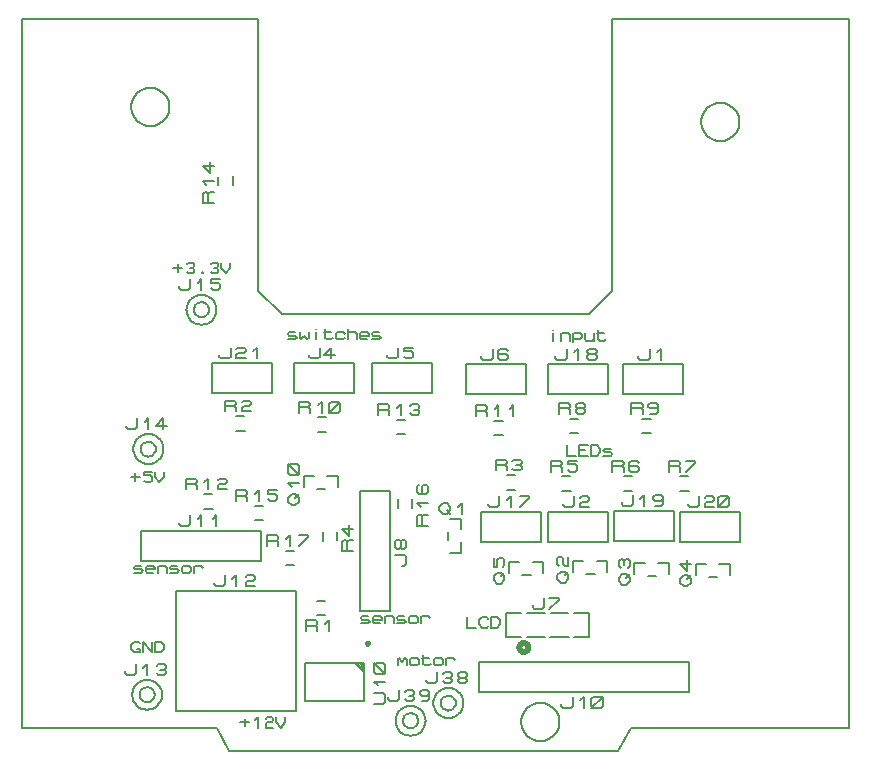
<source format=gbr>
G04 PROTEUS GERBER X2 FILE*
%TF.GenerationSoftware,Labcenter,Proteus,8.12-SP0-Build30713*%
%TF.CreationDate,2021-08-06T04:24:26+00:00*%
%TF.FileFunction,Legend,Top*%
%TF.FilePolarity,Positive*%
%TF.Part,Single*%
%TF.SameCoordinates,{793229e0-97f6-4af7-a571-5be770182b8e}*%
%FSLAX45Y45*%
%MOMM*%
G01*
%TA.AperFunction,Profile*%
%ADD24C,0.203200*%
%TA.AperFunction,Material*%
%ADD27C,0.203200*%
%ADD28C,0.250000*%
%ADD29C,0.200000*%
%ADD72C,0.100000*%
%ADD73C,0.508000*%
%ADD30C,0.152400*%
%TD.AperFunction*%
D24*
X+0Y+0D02*
X+1650000Y+0D01*
X+7000000Y+0D02*
X+7000000Y+6000000D01*
X+5000000Y+6000000D01*
X+5000000Y+3700000D01*
X+4800000Y+3500000D01*
X+2200000Y+3500000D01*
X+2000000Y+3700000D02*
X+2000000Y+6000000D01*
X+0Y+6000000D01*
X+0Y+0D01*
X+2000000Y+3700000D02*
X+2200000Y+3500000D01*
X+5160000Y+0D02*
X+7000000Y+0D01*
X+1750000Y-200000D02*
X+5050000Y-200000D01*
X+1650000Y+0D02*
X+1750000Y-200000D01*
X+5160000Y+0D02*
X+5050000Y-200000D01*
X+4550045Y+50000D02*
X+4549508Y+63142D01*
X+4545144Y+89427D01*
X+4536029Y+115712D01*
X+4521182Y+141997D01*
X+4498470Y+168118D01*
X+4472185Y+187898D01*
X+4445900Y+200658D01*
X+4419615Y+208108D01*
X+4393330Y+210987D01*
X+4389000Y+211045D01*
X+4227955Y+50000D02*
X+4228492Y+63142D01*
X+4232856Y+89427D01*
X+4241971Y+115712D01*
X+4256818Y+141997D01*
X+4279530Y+168118D01*
X+4305815Y+187898D01*
X+4332100Y+200658D01*
X+4358385Y+208108D01*
X+4384670Y+210987D01*
X+4389000Y+211045D01*
X+4227955Y+50000D02*
X+4228492Y+36858D01*
X+4232856Y+10573D01*
X+4241971Y-15712D01*
X+4256818Y-41997D01*
X+4279530Y-68118D01*
X+4305815Y-87898D01*
X+4332100Y-100658D01*
X+4358385Y-108108D01*
X+4384670Y-110987D01*
X+4389000Y-111045D01*
X+4550045Y+50000D02*
X+4549508Y+36858D01*
X+4545144Y+10573D01*
X+4536029Y-15712D01*
X+4521182Y-41997D01*
X+4498470Y-68118D01*
X+4472185Y-87898D01*
X+4445900Y-100658D01*
X+4419615Y-108108D01*
X+4393330Y-110987D01*
X+4389000Y-111045D01*
X+6074045Y+5130000D02*
X+6073508Y+5143142D01*
X+6069144Y+5169427D01*
X+6060029Y+5195712D01*
X+6045182Y+5221997D01*
X+6022470Y+5248118D01*
X+5996185Y+5267898D01*
X+5969900Y+5280658D01*
X+5943615Y+5288108D01*
X+5917330Y+5290987D01*
X+5913000Y+5291045D01*
X+5751955Y+5130000D02*
X+5752492Y+5143142D01*
X+5756856Y+5169427D01*
X+5765971Y+5195712D01*
X+5780818Y+5221997D01*
X+5803530Y+5248118D01*
X+5829815Y+5267898D01*
X+5856100Y+5280658D01*
X+5882385Y+5288108D01*
X+5908670Y+5290987D01*
X+5913000Y+5291045D01*
X+5751955Y+5130000D02*
X+5752492Y+5116858D01*
X+5756856Y+5090573D01*
X+5765971Y+5064288D01*
X+5780818Y+5038003D01*
X+5803530Y+5011882D01*
X+5829815Y+4992102D01*
X+5856100Y+4979342D01*
X+5882385Y+4971892D01*
X+5908670Y+4969013D01*
X+5913000Y+4968955D01*
X+6074045Y+5130000D02*
X+6073508Y+5116858D01*
X+6069144Y+5090573D01*
X+6060029Y+5064288D01*
X+6045182Y+5038003D01*
X+6022470Y+5011882D01*
X+5996185Y+4992102D01*
X+5969900Y+4979342D01*
X+5943615Y+4971892D01*
X+5917330Y+4969013D01*
X+5913000Y+4968955D01*
X+1248045Y+5257000D02*
X+1247508Y+5270142D01*
X+1243144Y+5296427D01*
X+1234029Y+5322712D01*
X+1219182Y+5348997D01*
X+1196470Y+5375118D01*
X+1170185Y+5394898D01*
X+1143900Y+5407658D01*
X+1117615Y+5415108D01*
X+1091330Y+5417987D01*
X+1087000Y+5418045D01*
X+925955Y+5257000D02*
X+926492Y+5270142D01*
X+930856Y+5296427D01*
X+939971Y+5322712D01*
X+954818Y+5348997D01*
X+977530Y+5375118D01*
X+1003815Y+5394898D01*
X+1030100Y+5407658D01*
X+1056385Y+5415108D01*
X+1082670Y+5417987D01*
X+1087000Y+5418045D01*
X+925955Y+5257000D02*
X+926492Y+5243858D01*
X+930856Y+5217573D01*
X+939971Y+5191288D01*
X+954818Y+5165003D01*
X+977530Y+5138882D01*
X+1003815Y+5119102D01*
X+1030100Y+5106342D01*
X+1056385Y+5098892D01*
X+1082670Y+5096013D01*
X+1087000Y+5095955D01*
X+1248045Y+5257000D02*
X+1247508Y+5243858D01*
X+1243144Y+5217573D01*
X+1234029Y+5191288D01*
X+1219182Y+5165003D01*
X+1196470Y+5138882D01*
X+1170185Y+5119102D01*
X+1143900Y+5106342D01*
X+1117615Y+5098892D01*
X+1091330Y+5096013D01*
X+1087000Y+5095955D01*
D27*
X+1187000Y+280000D02*
X+1186573Y+290409D01*
X+1183101Y+311228D01*
X+1175845Y+332047D01*
X+1164017Y+352866D01*
X+1145920Y+373524D01*
X+1125101Y+389045D01*
X+1104282Y+399030D01*
X+1083463Y+404814D01*
X+1062644Y+406972D01*
X+1060000Y+407000D01*
X+933000Y+280000D02*
X+933427Y+290409D01*
X+936899Y+311228D01*
X+944155Y+332047D01*
X+955983Y+352866D01*
X+974080Y+373524D01*
X+994899Y+389045D01*
X+1015718Y+399030D01*
X+1036537Y+404814D01*
X+1057356Y+406972D01*
X+1060000Y+407000D01*
X+933000Y+280000D02*
X+933427Y+269591D01*
X+936899Y+248772D01*
X+944155Y+227953D01*
X+955983Y+207134D01*
X+974080Y+186476D01*
X+994899Y+170955D01*
X+1015718Y+160970D01*
X+1036537Y+155186D01*
X+1057356Y+153028D01*
X+1060000Y+153000D01*
X+1187000Y+280000D02*
X+1186573Y+269591D01*
X+1183101Y+248772D01*
X+1175845Y+227953D01*
X+1164017Y+207134D01*
X+1145920Y+186476D01*
X+1125101Y+170955D01*
X+1104282Y+160970D01*
X+1083463Y+155186D01*
X+1062644Y+153028D01*
X+1060000Y+153000D01*
X+1123500Y+280000D02*
X+1123283Y+285247D01*
X+1121518Y+295742D01*
X+1117826Y+306237D01*
X+1111798Y+316732D01*
X+1102576Y+327112D01*
X+1092081Y+334800D01*
X+1081586Y+339718D01*
X+1071091Y+342524D01*
X+1060596Y+343497D01*
X+1060000Y+343500D01*
X+996500Y+280000D02*
X+996717Y+285247D01*
X+998482Y+295742D01*
X+1002174Y+306237D01*
X+1008202Y+316732D01*
X+1017424Y+327112D01*
X+1027919Y+334800D01*
X+1038414Y+339718D01*
X+1048909Y+342524D01*
X+1059404Y+343497D01*
X+1060000Y+343500D01*
X+996500Y+280000D02*
X+996717Y+274753D01*
X+998482Y+264258D01*
X+1002174Y+253763D01*
X+1008202Y+243268D01*
X+1017424Y+232888D01*
X+1027919Y+225200D01*
X+1038414Y+220282D01*
X+1048909Y+217476D01*
X+1059404Y+216503D01*
X+1060000Y+216500D01*
X+1123500Y+280000D02*
X+1123283Y+274753D01*
X+1121518Y+264258D01*
X+1117826Y+253763D01*
X+1111798Y+243268D01*
X+1102576Y+232888D01*
X+1092081Y+225200D01*
X+1081586Y+220282D01*
X+1071091Y+217476D01*
X+1060596Y+216503D01*
X+1060000Y+216500D01*
X+869500Y+478120D02*
X+869500Y+462880D01*
X+885375Y+447640D01*
X+948875Y+447640D01*
X+964750Y+462880D01*
X+964750Y+539080D01*
X+1028250Y+508600D02*
X+1060000Y+539080D01*
X+1060000Y+447640D01*
X+1139375Y+523840D02*
X+1155250Y+539080D01*
X+1202875Y+539080D01*
X+1218750Y+523840D01*
X+1218750Y+508600D01*
X+1202875Y+493360D01*
X+1218750Y+478120D01*
X+1218750Y+462880D01*
X+1202875Y+447640D01*
X+1155250Y+447640D01*
X+1139375Y+462880D01*
X+1171125Y+493360D02*
X+1202875Y+493360D01*
X+1647000Y+3540000D02*
X+1646573Y+3550409D01*
X+1643101Y+3571228D01*
X+1635845Y+3592047D01*
X+1624017Y+3612866D01*
X+1605920Y+3633524D01*
X+1585101Y+3649045D01*
X+1564282Y+3659030D01*
X+1543463Y+3664814D01*
X+1522644Y+3666972D01*
X+1520000Y+3667000D01*
X+1393000Y+3540000D02*
X+1393427Y+3550409D01*
X+1396899Y+3571228D01*
X+1404155Y+3592047D01*
X+1415983Y+3612866D01*
X+1434080Y+3633524D01*
X+1454899Y+3649045D01*
X+1475718Y+3659030D01*
X+1496537Y+3664814D01*
X+1517356Y+3666972D01*
X+1520000Y+3667000D01*
X+1393000Y+3540000D02*
X+1393427Y+3529591D01*
X+1396899Y+3508772D01*
X+1404155Y+3487953D01*
X+1415983Y+3467134D01*
X+1434080Y+3446476D01*
X+1454899Y+3430955D01*
X+1475718Y+3420970D01*
X+1496537Y+3415186D01*
X+1517356Y+3413028D01*
X+1520000Y+3413000D01*
X+1647000Y+3540000D02*
X+1646573Y+3529591D01*
X+1643101Y+3508772D01*
X+1635845Y+3487953D01*
X+1624017Y+3467134D01*
X+1605920Y+3446476D01*
X+1585101Y+3430955D01*
X+1564282Y+3420970D01*
X+1543463Y+3415186D01*
X+1522644Y+3413028D01*
X+1520000Y+3413000D01*
X+1583500Y+3540000D02*
X+1583283Y+3545247D01*
X+1581518Y+3555742D01*
X+1577826Y+3566237D01*
X+1571798Y+3576732D01*
X+1562576Y+3587112D01*
X+1552081Y+3594800D01*
X+1541586Y+3599718D01*
X+1531091Y+3602524D01*
X+1520596Y+3603497D01*
X+1520000Y+3603500D01*
X+1456500Y+3540000D02*
X+1456717Y+3545247D01*
X+1458482Y+3555742D01*
X+1462174Y+3566237D01*
X+1468202Y+3576732D01*
X+1477424Y+3587112D01*
X+1487919Y+3594800D01*
X+1498414Y+3599718D01*
X+1508909Y+3602524D01*
X+1519404Y+3603497D01*
X+1520000Y+3603500D01*
X+1456500Y+3540000D02*
X+1456717Y+3534753D01*
X+1458482Y+3524258D01*
X+1462174Y+3513763D01*
X+1468202Y+3503268D01*
X+1477424Y+3492888D01*
X+1487919Y+3485200D01*
X+1498414Y+3480282D01*
X+1508909Y+3477476D01*
X+1519404Y+3476503D01*
X+1520000Y+3476500D01*
X+1583500Y+3540000D02*
X+1583283Y+3534753D01*
X+1581518Y+3524258D01*
X+1577826Y+3513763D01*
X+1571798Y+3503268D01*
X+1562576Y+3492888D01*
X+1552081Y+3485200D01*
X+1541586Y+3480282D01*
X+1531091Y+3477476D01*
X+1520596Y+3476503D01*
X+1520000Y+3476500D01*
X+1329500Y+3738120D02*
X+1329500Y+3722880D01*
X+1345375Y+3707640D01*
X+1408875Y+3707640D01*
X+1424750Y+3722880D01*
X+1424750Y+3799080D01*
X+1488250Y+3768600D02*
X+1520000Y+3799080D01*
X+1520000Y+3707640D01*
X+1678750Y+3799080D02*
X+1599375Y+3799080D01*
X+1599375Y+3768600D01*
X+1662875Y+3768600D01*
X+1678750Y+3753360D01*
X+1678750Y+3722880D01*
X+1662875Y+3707640D01*
X+1615250Y+3707640D01*
X+1599375Y+3722880D01*
X+1197000Y+2360000D02*
X+1196573Y+2370409D01*
X+1193101Y+2391228D01*
X+1185845Y+2412047D01*
X+1174017Y+2432866D01*
X+1155920Y+2453524D01*
X+1135101Y+2469045D01*
X+1114282Y+2479030D01*
X+1093463Y+2484814D01*
X+1072644Y+2486972D01*
X+1070000Y+2487000D01*
X+943000Y+2360000D02*
X+943427Y+2370409D01*
X+946899Y+2391228D01*
X+954155Y+2412047D01*
X+965983Y+2432866D01*
X+984080Y+2453524D01*
X+1004899Y+2469045D01*
X+1025718Y+2479030D01*
X+1046537Y+2484814D01*
X+1067356Y+2486972D01*
X+1070000Y+2487000D01*
X+943000Y+2360000D02*
X+943427Y+2349591D01*
X+946899Y+2328772D01*
X+954155Y+2307953D01*
X+965983Y+2287134D01*
X+984080Y+2266476D01*
X+1004899Y+2250955D01*
X+1025718Y+2240970D01*
X+1046537Y+2235186D01*
X+1067356Y+2233028D01*
X+1070000Y+2233000D01*
X+1197000Y+2360000D02*
X+1196573Y+2349591D01*
X+1193101Y+2328772D01*
X+1185845Y+2307953D01*
X+1174017Y+2287134D01*
X+1155920Y+2266476D01*
X+1135101Y+2250955D01*
X+1114282Y+2240970D01*
X+1093463Y+2235186D01*
X+1072644Y+2233028D01*
X+1070000Y+2233000D01*
X+1133500Y+2360000D02*
X+1133283Y+2365247D01*
X+1131518Y+2375742D01*
X+1127826Y+2386237D01*
X+1121798Y+2396732D01*
X+1112576Y+2407112D01*
X+1102081Y+2414800D01*
X+1091586Y+2419718D01*
X+1081091Y+2422524D01*
X+1070596Y+2423497D01*
X+1070000Y+2423500D01*
X+1006500Y+2360000D02*
X+1006717Y+2365247D01*
X+1008482Y+2375742D01*
X+1012174Y+2386237D01*
X+1018202Y+2396732D01*
X+1027424Y+2407112D01*
X+1037919Y+2414800D01*
X+1048414Y+2419718D01*
X+1058909Y+2422524D01*
X+1069404Y+2423497D01*
X+1070000Y+2423500D01*
X+1006500Y+2360000D02*
X+1006717Y+2354753D01*
X+1008482Y+2344258D01*
X+1012174Y+2333763D01*
X+1018202Y+2323268D01*
X+1027424Y+2312888D01*
X+1037919Y+2305200D01*
X+1048414Y+2300282D01*
X+1058909Y+2297476D01*
X+1069404Y+2296503D01*
X+1070000Y+2296500D01*
X+1133500Y+2360000D02*
X+1133283Y+2354753D01*
X+1131518Y+2344258D01*
X+1127826Y+2333763D01*
X+1121798Y+2323268D01*
X+1112576Y+2312888D01*
X+1102081Y+2305200D01*
X+1091586Y+2300282D01*
X+1081091Y+2297476D01*
X+1070596Y+2296503D01*
X+1070000Y+2296500D01*
X+879500Y+2558120D02*
X+879500Y+2542880D01*
X+895375Y+2527640D01*
X+958875Y+2527640D01*
X+974750Y+2542880D01*
X+974750Y+2619080D01*
X+1038250Y+2588600D02*
X+1070000Y+2619080D01*
X+1070000Y+2527640D01*
X+1228750Y+2558120D02*
X+1133500Y+2558120D01*
X+1197000Y+2619080D01*
X+1197000Y+2527640D01*
X+1306000Y+1158000D02*
X+1306000Y+142000D01*
X+2322000Y+1158000D02*
X+2322000Y+142000D01*
X+1306000Y+142000D02*
X+2322000Y+142000D01*
X+1306000Y+1158000D02*
X+2322000Y+1158000D01*
X+1623500Y+1229120D02*
X+1623500Y+1213880D01*
X+1639375Y+1198640D01*
X+1702875Y+1198640D01*
X+1718750Y+1213880D01*
X+1718750Y+1290080D01*
X+1782250Y+1259600D02*
X+1814000Y+1290080D01*
X+1814000Y+1198640D01*
X+1893375Y+1274840D02*
X+1909250Y+1290080D01*
X+1956875Y+1290080D01*
X+1972750Y+1274840D01*
X+1972750Y+1259600D01*
X+1956875Y+1244360D01*
X+1909250Y+1244360D01*
X+1893375Y+1229120D01*
X+1893375Y+1198640D01*
X+1972750Y+1198640D01*
D28*
X+2937500Y+715000D02*
X+2937457Y+716039D01*
X+2937105Y+718118D01*
X+2936368Y+720197D01*
X+2935164Y+722276D01*
X+2933323Y+724326D01*
X+2931244Y+725829D01*
X+2929165Y+726786D01*
X+2927086Y+727325D01*
X+2925007Y+727500D01*
X+2925000Y+727500D01*
X+2912500Y+715000D02*
X+2912543Y+716039D01*
X+2912895Y+718118D01*
X+2913632Y+720197D01*
X+2914836Y+722276D01*
X+2916677Y+724326D01*
X+2918756Y+725829D01*
X+2920835Y+726786D01*
X+2922914Y+727325D01*
X+2924993Y+727500D01*
X+2925000Y+727500D01*
X+2912500Y+715000D02*
X+2912543Y+713961D01*
X+2912895Y+711882D01*
X+2913632Y+709803D01*
X+2914836Y+707724D01*
X+2916677Y+705674D01*
X+2918756Y+704171D01*
X+2920835Y+703214D01*
X+2922914Y+702675D01*
X+2924993Y+702500D01*
X+2925000Y+702500D01*
X+2937500Y+715000D02*
X+2937457Y+713961D01*
X+2937105Y+711882D01*
X+2936368Y+709803D01*
X+2935164Y+707724D01*
X+2933323Y+705674D01*
X+2931244Y+704171D01*
X+2929165Y+703214D01*
X+2927086Y+702675D01*
X+2925007Y+702500D01*
X+2925000Y+702500D01*
D29*
X+2400000Y+550000D02*
X+2400000Y+230000D01*
X+2900000Y+230000D01*
X+2900000Y+550000D01*
X+2400000Y+550000D01*
D72*
X+2890000Y+550000D02*
X+2900000Y+540000D01*
X+2880000Y+550000D02*
X+2900000Y+530000D01*
X+2870000Y+550000D02*
X+2900000Y+520000D01*
X+2860000Y+550000D02*
X+2900000Y+510000D01*
X+2850000Y+550000D02*
X+2900000Y+500000D01*
X+2840000Y+550000D02*
X+2900000Y+490000D01*
X+2830000Y+550000D02*
X+2900000Y+480000D01*
X+2820000Y+550000D02*
X+2900000Y+470000D01*
X+2810000Y+550000D02*
X+2900000Y+460000D01*
D27*
X+2980480Y+199500D02*
X+3056680Y+199500D01*
X+3071920Y+215375D01*
X+3071920Y+278875D01*
X+3056680Y+294750D01*
X+2980480Y+294750D01*
X+3010960Y+358250D02*
X+2980480Y+390000D01*
X+3071920Y+390000D01*
X+3056680Y+453500D02*
X+2995720Y+453500D01*
X+2980480Y+469375D01*
X+2980480Y+532875D01*
X+2995720Y+548750D01*
X+3056680Y+548750D01*
X+3071920Y+532875D01*
X+3071920Y+469375D01*
X+3056680Y+453500D01*
X+3071920Y+453500D02*
X+2980480Y+548750D01*
X+2566340Y+951580D02*
X+2497760Y+951580D01*
X+2566340Y+1073500D02*
X+2495220Y+1073500D01*
X+2406320Y+819500D02*
X+2406320Y+910940D01*
X+2485695Y+910940D01*
X+2501570Y+895700D01*
X+2501570Y+880460D01*
X+2485695Y+865220D01*
X+2406320Y+865220D01*
X+2485695Y+865220D02*
X+2501570Y+849980D01*
X+2501570Y+819500D01*
X+2565070Y+880460D02*
X+2596820Y+910940D01*
X+2596820Y+819500D01*
X+3417000Y+60000D02*
X+3416573Y+70409D01*
X+3413101Y+91228D01*
X+3405845Y+112047D01*
X+3394017Y+132866D01*
X+3375920Y+153524D01*
X+3355101Y+169045D01*
X+3334282Y+179030D01*
X+3313463Y+184814D01*
X+3292644Y+186972D01*
X+3290000Y+187000D01*
X+3163000Y+60000D02*
X+3163427Y+70409D01*
X+3166899Y+91228D01*
X+3174155Y+112047D01*
X+3185983Y+132866D01*
X+3204080Y+153524D01*
X+3224899Y+169045D01*
X+3245718Y+179030D01*
X+3266537Y+184814D01*
X+3287356Y+186972D01*
X+3290000Y+187000D01*
X+3163000Y+60000D02*
X+3163427Y+49591D01*
X+3166899Y+28772D01*
X+3174155Y+7953D01*
X+3185983Y-12866D01*
X+3204080Y-33524D01*
X+3224899Y-49045D01*
X+3245718Y-59030D01*
X+3266537Y-64814D01*
X+3287356Y-66972D01*
X+3290000Y-67000D01*
X+3417000Y+60000D02*
X+3416573Y+49591D01*
X+3413101Y+28772D01*
X+3405845Y+7953D01*
X+3394017Y-12866D01*
X+3375920Y-33524D01*
X+3355101Y-49045D01*
X+3334282Y-59030D01*
X+3313463Y-64814D01*
X+3292644Y-66972D01*
X+3290000Y-67000D01*
X+3353500Y+60000D02*
X+3353283Y+65247D01*
X+3351518Y+75742D01*
X+3347826Y+86237D01*
X+3341798Y+96732D01*
X+3332576Y+107112D01*
X+3322081Y+114800D01*
X+3311586Y+119718D01*
X+3301091Y+122524D01*
X+3290596Y+123497D01*
X+3290000Y+123500D01*
X+3226500Y+60000D02*
X+3226717Y+65247D01*
X+3228482Y+75742D01*
X+3232174Y+86237D01*
X+3238202Y+96732D01*
X+3247424Y+107112D01*
X+3257919Y+114800D01*
X+3268414Y+119718D01*
X+3278909Y+122524D01*
X+3289404Y+123497D01*
X+3290000Y+123500D01*
X+3226500Y+60000D02*
X+3226717Y+54753D01*
X+3228482Y+44258D01*
X+3232174Y+33763D01*
X+3238202Y+23268D01*
X+3247424Y+12888D01*
X+3257919Y+5200D01*
X+3268414Y+282D01*
X+3278909Y-2524D01*
X+3289404Y-3497D01*
X+3290000Y-3500D01*
X+3353500Y+60000D02*
X+3353283Y+54753D01*
X+3351518Y+44258D01*
X+3347826Y+33763D01*
X+3341798Y+23268D01*
X+3332576Y+12888D01*
X+3322081Y+5200D01*
X+3311586Y+282D01*
X+3301091Y-2524D01*
X+3290596Y-3497D01*
X+3290000Y-3500D01*
X+3099500Y+258120D02*
X+3099500Y+242880D01*
X+3115375Y+227640D01*
X+3178875Y+227640D01*
X+3194750Y+242880D01*
X+3194750Y+319080D01*
X+3242375Y+303840D02*
X+3258250Y+319080D01*
X+3305875Y+319080D01*
X+3321750Y+303840D01*
X+3321750Y+288600D01*
X+3305875Y+273360D01*
X+3321750Y+258120D01*
X+3321750Y+242880D01*
X+3305875Y+227640D01*
X+3258250Y+227640D01*
X+3242375Y+242880D01*
X+3274125Y+273360D02*
X+3305875Y+273360D01*
X+3448750Y+288600D02*
X+3432875Y+273360D01*
X+3385250Y+273360D01*
X+3369375Y+288600D01*
X+3369375Y+303840D01*
X+3385250Y+319080D01*
X+3432875Y+319080D01*
X+3448750Y+303840D01*
X+3448750Y+242880D01*
X+3432875Y+227640D01*
X+3385250Y+227640D01*
X+3737000Y+210000D02*
X+3736573Y+220409D01*
X+3733101Y+241228D01*
X+3725845Y+262047D01*
X+3714017Y+282866D01*
X+3695920Y+303524D01*
X+3675101Y+319045D01*
X+3654282Y+329030D01*
X+3633463Y+334814D01*
X+3612644Y+336972D01*
X+3610000Y+337000D01*
X+3483000Y+210000D02*
X+3483427Y+220409D01*
X+3486899Y+241228D01*
X+3494155Y+262047D01*
X+3505983Y+282866D01*
X+3524080Y+303524D01*
X+3544899Y+319045D01*
X+3565718Y+329030D01*
X+3586537Y+334814D01*
X+3607356Y+336972D01*
X+3610000Y+337000D01*
X+3483000Y+210000D02*
X+3483427Y+199591D01*
X+3486899Y+178772D01*
X+3494155Y+157953D01*
X+3505983Y+137134D01*
X+3524080Y+116476D01*
X+3544899Y+100955D01*
X+3565718Y+90970D01*
X+3586537Y+85186D01*
X+3607356Y+83028D01*
X+3610000Y+83000D01*
X+3737000Y+210000D02*
X+3736573Y+199591D01*
X+3733101Y+178772D01*
X+3725845Y+157953D01*
X+3714017Y+137134D01*
X+3695920Y+116476D01*
X+3675101Y+100955D01*
X+3654282Y+90970D01*
X+3633463Y+85186D01*
X+3612644Y+83028D01*
X+3610000Y+83000D01*
X+3673500Y+210000D02*
X+3673283Y+215247D01*
X+3671518Y+225742D01*
X+3667826Y+236237D01*
X+3661798Y+246732D01*
X+3652576Y+257112D01*
X+3642081Y+264800D01*
X+3631586Y+269718D01*
X+3621091Y+272524D01*
X+3610596Y+273497D01*
X+3610000Y+273500D01*
X+3546500Y+210000D02*
X+3546717Y+215247D01*
X+3548482Y+225742D01*
X+3552174Y+236237D01*
X+3558202Y+246732D01*
X+3567424Y+257112D01*
X+3577919Y+264800D01*
X+3588414Y+269718D01*
X+3598909Y+272524D01*
X+3609404Y+273497D01*
X+3610000Y+273500D01*
X+3546500Y+210000D02*
X+3546717Y+204753D01*
X+3548482Y+194258D01*
X+3552174Y+183763D01*
X+3558202Y+173268D01*
X+3567424Y+162888D01*
X+3577919Y+155200D01*
X+3588414Y+150282D01*
X+3598909Y+147476D01*
X+3609404Y+146503D01*
X+3610000Y+146500D01*
X+3673500Y+210000D02*
X+3673283Y+204753D01*
X+3671518Y+194258D01*
X+3667826Y+183763D01*
X+3661798Y+173268D01*
X+3652576Y+162888D01*
X+3642081Y+155200D01*
X+3631586Y+150282D01*
X+3621091Y+147476D01*
X+3610596Y+146503D01*
X+3610000Y+146500D01*
X+3419500Y+408120D02*
X+3419500Y+392880D01*
X+3435375Y+377640D01*
X+3498875Y+377640D01*
X+3514750Y+392880D01*
X+3514750Y+469080D01*
X+3562375Y+453840D02*
X+3578250Y+469080D01*
X+3625875Y+469080D01*
X+3641750Y+453840D01*
X+3641750Y+438600D01*
X+3625875Y+423360D01*
X+3641750Y+408120D01*
X+3641750Y+392880D01*
X+3625875Y+377640D01*
X+3578250Y+377640D01*
X+3562375Y+392880D01*
X+3594125Y+423360D02*
X+3625875Y+423360D01*
X+3705250Y+423360D02*
X+3689375Y+438600D01*
X+3689375Y+453840D01*
X+3705250Y+469080D01*
X+3752875Y+469080D01*
X+3768750Y+453840D01*
X+3768750Y+438600D01*
X+3752875Y+423360D01*
X+3705250Y+423360D01*
X+3689375Y+408120D01*
X+3689375Y+392880D01*
X+3705250Y+377640D01*
X+3752875Y+377640D01*
X+3768750Y+392880D01*
X+3768750Y+408120D01*
X+3752875Y+423360D01*
X+3869000Y+303000D02*
X+5647000Y+303000D01*
X+5647000Y+557000D01*
X+3869000Y+557000D01*
X+3869000Y+303000D01*
X+4567500Y+201400D02*
X+4567500Y+186160D01*
X+4583375Y+170920D01*
X+4646875Y+170920D01*
X+4662750Y+186160D01*
X+4662750Y+262360D01*
X+4726250Y+231880D02*
X+4758000Y+262360D01*
X+4758000Y+170920D01*
X+4821500Y+186160D02*
X+4821500Y+247120D01*
X+4837375Y+262360D01*
X+4900875Y+262360D01*
X+4916750Y+247120D01*
X+4916750Y+186160D01*
X+4900875Y+170920D01*
X+4837375Y+170920D01*
X+4821500Y+186160D01*
X+4821500Y+170920D02*
X+4916750Y+262360D01*
X+2865000Y+991000D02*
X+3119000Y+991000D01*
X+3119000Y+2007000D01*
X+2865000Y+2007000D01*
X+2865000Y+991000D01*
X+3220600Y+1372000D02*
X+3235840Y+1372000D01*
X+3251080Y+1387875D01*
X+3251080Y+1451375D01*
X+3235840Y+1467250D01*
X+3159640Y+1467250D01*
X+3205360Y+1530750D02*
X+3190120Y+1514875D01*
X+3174880Y+1514875D01*
X+3159640Y+1530750D01*
X+3159640Y+1578375D01*
X+3174880Y+1594250D01*
X+3190120Y+1594250D01*
X+3205360Y+1578375D01*
X+3205360Y+1530750D01*
X+3220600Y+1514875D01*
X+3235840Y+1514875D01*
X+3251080Y+1530750D01*
X+3251080Y+1578375D01*
X+3235840Y+1594250D01*
X+3220600Y+1594250D01*
X+3205360Y+1578375D01*
X+3718440Y+1481220D02*
X+3718440Y+1570120D01*
X+3606680Y+1587900D02*
X+3606680Y+1659020D01*
X+3718440Y+1481220D02*
X+3627000Y+1481220D01*
X+3624460Y+1770780D02*
X+3718440Y+1770780D01*
X+3718440Y+1684420D01*
X+3531750Y+1872380D02*
X+3563500Y+1902860D01*
X+3595250Y+1902860D01*
X+3627000Y+1872380D01*
X+3627000Y+1841900D01*
X+3595250Y+1811420D01*
X+3563500Y+1811420D01*
X+3531750Y+1841900D01*
X+3531750Y+1872380D01*
X+3595250Y+1841900D02*
X+3627000Y+1811420D01*
X+3690500Y+1872380D02*
X+3722250Y+1902860D01*
X+3722250Y+1811420D01*
X+2669420Y+1656340D02*
X+2669420Y+1587760D01*
X+2547500Y+1656340D02*
X+2547500Y+1585220D01*
X+2801500Y+1496320D02*
X+2710060Y+1496320D01*
X+2710060Y+1575695D01*
X+2725300Y+1591570D01*
X+2740540Y+1591570D01*
X+2755780Y+1575695D01*
X+2755780Y+1496320D01*
X+2755780Y+1575695D02*
X+2771020Y+1591570D01*
X+2801500Y+1591570D01*
X+2771020Y+1718570D02*
X+2771020Y+1623320D01*
X+2710060Y+1686820D01*
X+2801500Y+1686820D01*
X+1663580Y+4597660D02*
X+1663580Y+4666240D01*
X+1785500Y+4597660D02*
X+1785500Y+4668780D01*
X+1622940Y+4440180D02*
X+1531500Y+4440180D01*
X+1531500Y+4519555D01*
X+1546740Y+4535430D01*
X+1561980Y+4535430D01*
X+1577220Y+4519555D01*
X+1577220Y+4440180D01*
X+1577220Y+4519555D02*
X+1592460Y+4535430D01*
X+1622940Y+4535430D01*
X+1561980Y+4598930D02*
X+1531500Y+4630680D01*
X+1622940Y+4630680D01*
X+1592460Y+4789430D02*
X+1592460Y+4694180D01*
X+1531500Y+4757680D01*
X+1622940Y+4757680D01*
X+3304420Y+1933340D02*
X+3304420Y+1864760D01*
X+3182500Y+1933340D02*
X+3182500Y+1862220D01*
X+3436500Y+1709820D02*
X+3345060Y+1709820D01*
X+3345060Y+1789195D01*
X+3360300Y+1805070D01*
X+3375540Y+1805070D01*
X+3390780Y+1789195D01*
X+3390780Y+1709820D01*
X+3390780Y+1789195D02*
X+3406020Y+1805070D01*
X+3436500Y+1805070D01*
X+3375540Y+1868570D02*
X+3345060Y+1900320D01*
X+3436500Y+1900320D01*
X+3360300Y+2059070D02*
X+3345060Y+2043195D01*
X+3345060Y+1995570D01*
X+3360300Y+1979695D01*
X+3421260Y+1979695D01*
X+3436500Y+1995570D01*
X+3436500Y+2043195D01*
X+3421260Y+2059070D01*
X+3406020Y+2059070D01*
X+3390780Y+2043195D01*
X+3390780Y+1979695D01*
X+1011000Y+1413000D02*
X+2027000Y+1413000D01*
X+2027000Y+1667000D01*
X+1011000Y+1667000D01*
X+1011000Y+1413000D01*
X+1328500Y+1738120D02*
X+1328500Y+1722880D01*
X+1344375Y+1707640D01*
X+1407875Y+1707640D01*
X+1423750Y+1722880D01*
X+1423750Y+1799080D01*
X+1487250Y+1768600D02*
X+1519000Y+1799080D01*
X+1519000Y+1707640D01*
X+1614250Y+1768600D02*
X+1646000Y+1799080D01*
X+1646000Y+1707640D01*
X+1970300Y+1878420D02*
X+2038880Y+1878420D01*
X+1970300Y+1756500D02*
X+2041420Y+1756500D01*
X+1812820Y+1919060D02*
X+1812820Y+2010500D01*
X+1892195Y+2010500D01*
X+1908070Y+1995260D01*
X+1908070Y+1980020D01*
X+1892195Y+1964780D01*
X+1812820Y+1964780D01*
X+1892195Y+1964780D02*
X+1908070Y+1949540D01*
X+1908070Y+1919060D01*
X+1971570Y+1980020D02*
X+2003320Y+2010500D01*
X+2003320Y+1919060D01*
X+2162070Y+2010500D02*
X+2082695Y+2010500D01*
X+2082695Y+1980020D01*
X+2146195Y+1980020D01*
X+2162070Y+1964780D01*
X+2162070Y+1934300D01*
X+2146195Y+1919060D01*
X+2098570Y+1919060D01*
X+2082695Y+1934300D01*
X+1543660Y+1978420D02*
X+1612240Y+1978420D01*
X+1543660Y+1856500D02*
X+1614780Y+1856500D01*
X+1386180Y+2019060D02*
X+1386180Y+2110500D01*
X+1465555Y+2110500D01*
X+1481430Y+2095260D01*
X+1481430Y+2080020D01*
X+1465555Y+2064780D01*
X+1386180Y+2064780D01*
X+1465555Y+2064780D02*
X+1481430Y+2049540D01*
X+1481430Y+2019060D01*
X+1544930Y+2080020D02*
X+1576680Y+2110500D01*
X+1576680Y+2019060D01*
X+1656055Y+2095260D02*
X+1671930Y+2110500D01*
X+1719555Y+2110500D01*
X+1735430Y+2095260D01*
X+1735430Y+2080020D01*
X+1719555Y+2064780D01*
X+1671930Y+2064780D01*
X+1656055Y+2049540D01*
X+1656055Y+2019060D01*
X+1735430Y+2019060D01*
X+2233660Y+1498420D02*
X+2302240Y+1498420D01*
X+2233660Y+1376500D02*
X+2304780Y+1376500D01*
X+2076180Y+1539060D02*
X+2076180Y+1630500D01*
X+2155555Y+1630500D01*
X+2171430Y+1615260D01*
X+2171430Y+1600020D01*
X+2155555Y+1584780D01*
X+2076180Y+1584780D01*
X+2155555Y+1584780D02*
X+2171430Y+1569540D01*
X+2171430Y+1539060D01*
X+2234930Y+1600020D02*
X+2266680Y+1630500D01*
X+2266680Y+1539060D01*
X+2346055Y+1630500D02*
X+2425430Y+1630500D01*
X+2425430Y+1615260D01*
X+2346055Y+1539060D01*
X+2674780Y+2134440D02*
X+2585880Y+2134440D01*
X+2568100Y+2022680D02*
X+2496980Y+2022680D01*
X+2674780Y+2134440D02*
X+2674780Y+2043000D01*
X+2385220Y+2040460D02*
X+2385220Y+2134440D01*
X+2471580Y+2134440D01*
X+2283620Y+1884250D02*
X+2253140Y+1916000D01*
X+2253140Y+1947750D01*
X+2283620Y+1979500D01*
X+2314100Y+1979500D01*
X+2344580Y+1947750D01*
X+2344580Y+1916000D01*
X+2314100Y+1884250D01*
X+2283620Y+1884250D01*
X+2314100Y+1947750D02*
X+2344580Y+1979500D01*
X+2283620Y+2043000D02*
X+2253140Y+2074750D01*
X+2344580Y+2074750D01*
X+2329340Y+2138250D02*
X+2268380Y+2138250D01*
X+2253140Y+2154125D01*
X+2253140Y+2217625D01*
X+2268380Y+2233500D01*
X+2329340Y+2233500D01*
X+2344580Y+2217625D01*
X+2344580Y+2154125D01*
X+2329340Y+2138250D01*
X+2344580Y+2138250D02*
X+2253140Y+2233500D01*
X+3883000Y+1573000D02*
X+4391000Y+1573000D01*
X+4391000Y+1827000D01*
X+3883000Y+1827000D01*
X+3883000Y+1573000D01*
X+3946500Y+1898120D02*
X+3946500Y+1882880D01*
X+3962375Y+1867640D01*
X+4025875Y+1867640D01*
X+4041750Y+1882880D01*
X+4041750Y+1959080D01*
X+4105250Y+1928600D02*
X+4137000Y+1959080D01*
X+4137000Y+1867640D01*
X+4216375Y+1959080D02*
X+4295750Y+1959080D01*
X+4295750Y+1943840D01*
X+4216375Y+1867640D01*
X+4414780Y+1404440D02*
X+4325880Y+1404440D01*
X+4308100Y+1292680D02*
X+4236980Y+1292680D01*
X+4414780Y+1404440D02*
X+4414780Y+1313000D01*
X+4125220Y+1310460D02*
X+4125220Y+1404440D01*
X+4211580Y+1404440D01*
X+4023620Y+1217750D02*
X+3993140Y+1249500D01*
X+3993140Y+1281250D01*
X+4023620Y+1313000D01*
X+4054100Y+1313000D01*
X+4084580Y+1281250D01*
X+4084580Y+1249500D01*
X+4054100Y+1217750D01*
X+4023620Y+1217750D01*
X+4054100Y+1281250D02*
X+4084580Y+1313000D01*
X+3993140Y+1440000D02*
X+3993140Y+1360625D01*
X+4023620Y+1360625D01*
X+4023620Y+1424125D01*
X+4038860Y+1440000D01*
X+4069340Y+1440000D01*
X+4084580Y+1424125D01*
X+4084580Y+1376500D01*
X+4069340Y+1360625D01*
X+4103660Y+2138420D02*
X+4172240Y+2138420D01*
X+4103660Y+2016500D02*
X+4174780Y+2016500D01*
X+4009680Y+2179060D02*
X+4009680Y+2270500D01*
X+4089055Y+2270500D01*
X+4104930Y+2255260D01*
X+4104930Y+2240020D01*
X+4089055Y+2224780D01*
X+4009680Y+2224780D01*
X+4089055Y+2224780D02*
X+4104930Y+2209540D01*
X+4104930Y+2179060D01*
X+4152555Y+2255260D02*
X+4168430Y+2270500D01*
X+4216055Y+2270500D01*
X+4231930Y+2255260D01*
X+4231930Y+2240020D01*
X+4216055Y+2224780D01*
X+4231930Y+2209540D01*
X+4231930Y+2194300D01*
X+4216055Y+2179060D01*
X+4168430Y+2179060D01*
X+4152555Y+2194300D01*
X+4184305Y+2224780D02*
X+4216055Y+2224780D01*
X+4453000Y+1573000D02*
X+4961000Y+1573000D01*
X+4961000Y+1827000D01*
X+4453000Y+1827000D01*
X+4453000Y+1573000D01*
X+4580000Y+1898120D02*
X+4580000Y+1882880D01*
X+4595875Y+1867640D01*
X+4659375Y+1867640D01*
X+4675250Y+1882880D01*
X+4675250Y+1959080D01*
X+4722875Y+1943840D02*
X+4738750Y+1959080D01*
X+4786375Y+1959080D01*
X+4802250Y+1943840D01*
X+4802250Y+1928600D01*
X+4786375Y+1913360D01*
X+4738750Y+1913360D01*
X+4722875Y+1898120D01*
X+4722875Y+1867640D01*
X+4802250Y+1867640D01*
X+4573660Y+2128420D02*
X+4642240Y+2128420D01*
X+4573660Y+2006500D02*
X+4644780Y+2006500D01*
X+4479680Y+2169060D02*
X+4479680Y+2260500D01*
X+4559055Y+2260500D01*
X+4574930Y+2245260D01*
X+4574930Y+2230020D01*
X+4559055Y+2214780D01*
X+4479680Y+2214780D01*
X+4559055Y+2214780D02*
X+4574930Y+2199540D01*
X+4574930Y+2169060D01*
X+4701930Y+2260500D02*
X+4622555Y+2260500D01*
X+4622555Y+2230020D01*
X+4686055Y+2230020D01*
X+4701930Y+2214780D01*
X+4701930Y+2184300D01*
X+4686055Y+2169060D01*
X+4638430Y+2169060D01*
X+4622555Y+2184300D01*
X+4954780Y+1414440D02*
X+4865880Y+1414440D01*
X+4848100Y+1302680D02*
X+4776980Y+1302680D01*
X+4954780Y+1414440D02*
X+4954780Y+1323000D01*
X+4665220Y+1320460D02*
X+4665220Y+1414440D01*
X+4751580Y+1414440D01*
X+4563620Y+1227750D02*
X+4533140Y+1259500D01*
X+4533140Y+1291250D01*
X+4563620Y+1323000D01*
X+4594100Y+1323000D01*
X+4624580Y+1291250D01*
X+4624580Y+1259500D01*
X+4594100Y+1227750D01*
X+4563620Y+1227750D01*
X+4594100Y+1291250D02*
X+4624580Y+1323000D01*
X+4548380Y+1370625D02*
X+4533140Y+1386500D01*
X+4533140Y+1434125D01*
X+4548380Y+1450000D01*
X+4563620Y+1450000D01*
X+4578860Y+1434125D01*
X+4578860Y+1386500D01*
X+4594100Y+1370625D01*
X+4624580Y+1370625D01*
X+4624580Y+1450000D01*
X+5013000Y+1583000D02*
X+5521000Y+1583000D01*
X+5521000Y+1837000D01*
X+5013000Y+1837000D01*
X+5013000Y+1583000D01*
X+5076500Y+1908120D02*
X+5076500Y+1892880D01*
X+5092375Y+1877640D01*
X+5155875Y+1877640D01*
X+5171750Y+1892880D01*
X+5171750Y+1969080D01*
X+5235250Y+1938600D02*
X+5267000Y+1969080D01*
X+5267000Y+1877640D01*
X+5425750Y+1938600D02*
X+5409875Y+1923360D01*
X+5362250Y+1923360D01*
X+5346375Y+1938600D01*
X+5346375Y+1953840D01*
X+5362250Y+1969080D01*
X+5409875Y+1969080D01*
X+5425750Y+1953840D01*
X+5425750Y+1892880D01*
X+5409875Y+1877640D01*
X+5362250Y+1877640D01*
X+5573000Y+1573000D02*
X+6081000Y+1573000D01*
X+6081000Y+1827000D01*
X+5573000Y+1827000D01*
X+5573000Y+1573000D01*
X+5636500Y+1898120D02*
X+5636500Y+1882880D01*
X+5652375Y+1867640D01*
X+5715875Y+1867640D01*
X+5731750Y+1882880D01*
X+5731750Y+1959080D01*
X+5779375Y+1943840D02*
X+5795250Y+1959080D01*
X+5842875Y+1959080D01*
X+5858750Y+1943840D01*
X+5858750Y+1928600D01*
X+5842875Y+1913360D01*
X+5795250Y+1913360D01*
X+5779375Y+1898120D01*
X+5779375Y+1867640D01*
X+5858750Y+1867640D01*
X+5890500Y+1882880D02*
X+5890500Y+1943840D01*
X+5906375Y+1959080D01*
X+5969875Y+1959080D01*
X+5985750Y+1943840D01*
X+5985750Y+1882880D01*
X+5969875Y+1867640D01*
X+5906375Y+1867640D01*
X+5890500Y+1882880D01*
X+5890500Y+1867640D02*
X+5985750Y+1959080D01*
X+5474780Y+1394440D02*
X+5385880Y+1394440D01*
X+5368100Y+1282680D02*
X+5296980Y+1282680D01*
X+5474780Y+1394440D02*
X+5474780Y+1303000D01*
X+5185220Y+1300460D02*
X+5185220Y+1394440D01*
X+5271580Y+1394440D01*
X+5083620Y+1207750D02*
X+5053140Y+1239500D01*
X+5053140Y+1271250D01*
X+5083620Y+1303000D01*
X+5114100Y+1303000D01*
X+5144580Y+1271250D01*
X+5144580Y+1239500D01*
X+5114100Y+1207750D01*
X+5083620Y+1207750D01*
X+5114100Y+1271250D02*
X+5144580Y+1303000D01*
X+5068380Y+1350625D02*
X+5053140Y+1366500D01*
X+5053140Y+1414125D01*
X+5068380Y+1430000D01*
X+5083620Y+1430000D01*
X+5098860Y+1414125D01*
X+5114100Y+1430000D01*
X+5129340Y+1430000D01*
X+5144580Y+1414125D01*
X+5144580Y+1366500D01*
X+5129340Y+1350625D01*
X+5098860Y+1382375D02*
X+5098860Y+1414125D01*
X+5994780Y+1384440D02*
X+5905880Y+1384440D01*
X+5888100Y+1272680D02*
X+5816980Y+1272680D01*
X+5994780Y+1384440D02*
X+5994780Y+1293000D01*
X+5705220Y+1290460D02*
X+5705220Y+1384440D01*
X+5791580Y+1384440D01*
X+5603620Y+1197750D02*
X+5573140Y+1229500D01*
X+5573140Y+1261250D01*
X+5603620Y+1293000D01*
X+5634100Y+1293000D01*
X+5664580Y+1261250D01*
X+5664580Y+1229500D01*
X+5634100Y+1197750D01*
X+5603620Y+1197750D01*
X+5634100Y+1261250D02*
X+5664580Y+1293000D01*
X+5634100Y+1420000D02*
X+5634100Y+1324750D01*
X+5573140Y+1388250D01*
X+5664580Y+1388250D01*
X+5093660Y+2128420D02*
X+5162240Y+2128420D01*
X+5093660Y+2006500D02*
X+5164780Y+2006500D01*
X+4999680Y+2169060D02*
X+4999680Y+2260500D01*
X+5079055Y+2260500D01*
X+5094930Y+2245260D01*
X+5094930Y+2230020D01*
X+5079055Y+2214780D01*
X+4999680Y+2214780D01*
X+5079055Y+2214780D02*
X+5094930Y+2199540D01*
X+5094930Y+2169060D01*
X+5221930Y+2245260D02*
X+5206055Y+2260500D01*
X+5158430Y+2260500D01*
X+5142555Y+2245260D01*
X+5142555Y+2184300D01*
X+5158430Y+2169060D01*
X+5206055Y+2169060D01*
X+5221930Y+2184300D01*
X+5221930Y+2199540D01*
X+5206055Y+2214780D01*
X+5142555Y+2214780D01*
X+5573660Y+2128420D02*
X+5642240Y+2128420D01*
X+5573660Y+2006500D02*
X+5644780Y+2006500D01*
X+5479680Y+2169060D02*
X+5479680Y+2260500D01*
X+5559055Y+2260500D01*
X+5574930Y+2245260D01*
X+5574930Y+2230020D01*
X+5559055Y+2214780D01*
X+5479680Y+2214780D01*
X+5559055Y+2214780D02*
X+5574930Y+2199540D01*
X+5574930Y+2169060D01*
X+5622555Y+2260500D02*
X+5701930Y+2260500D01*
X+5701930Y+2245260D01*
X+5622555Y+2169060D01*
D73*
X+4288100Y+679500D02*
X+4287969Y+682658D01*
X+4286903Y+688976D01*
X+4284672Y+695294D01*
X+4281027Y+701612D01*
X+4275452Y+707851D01*
X+4269134Y+712447D01*
X+4262816Y+715380D01*
X+4256498Y+717042D01*
X+4250180Y+717600D01*
X+4250000Y+717600D01*
X+4211900Y+679500D02*
X+4212031Y+682658D01*
X+4213097Y+688976D01*
X+4215328Y+695294D01*
X+4218973Y+701612D01*
X+4224548Y+707851D01*
X+4230866Y+712447D01*
X+4237184Y+715380D01*
X+4243502Y+717042D01*
X+4249820Y+717600D01*
X+4250000Y+717600D01*
X+4211900Y+679500D02*
X+4212031Y+676342D01*
X+4213097Y+670024D01*
X+4215328Y+663706D01*
X+4218973Y+657388D01*
X+4224548Y+651149D01*
X+4230866Y+646553D01*
X+4237184Y+643620D01*
X+4243502Y+641958D01*
X+4249820Y+641400D01*
X+4250000Y+641400D01*
X+4288100Y+679500D02*
X+4287969Y+676342D01*
X+4286903Y+670024D01*
X+4284672Y+663706D01*
X+4281027Y+657388D01*
X+4275452Y+651149D01*
X+4269134Y+646553D01*
X+4262816Y+643620D01*
X+4256498Y+641958D01*
X+4250180Y+641400D01*
X+4250000Y+641400D01*
D30*
X+4100750Y+769340D02*
X+4227593Y+769340D01*
X+4799250Y+769340D02*
X+4799250Y+970000D01*
X+4675191Y+970000D01*
X+4100750Y+970000D02*
X+4100750Y+769340D01*
X+4672407Y+769340D02*
X+4799250Y+769340D01*
X+4624809Y+970000D02*
X+4475191Y+970000D01*
X+4472407Y+769340D02*
X+4627593Y+769340D01*
X+4424809Y+970000D02*
X+4275191Y+970000D01*
X+4224809Y+970000D02*
X+4100750Y+970000D01*
X+4272407Y+769340D02*
X+4427593Y+769340D01*
D27*
X+4323000Y+1038580D02*
X+4323000Y+1023340D01*
X+4338875Y+1008100D01*
X+4402375Y+1008100D01*
X+4418250Y+1023340D01*
X+4418250Y+1099540D01*
X+4465875Y+1099540D02*
X+4545250Y+1099540D01*
X+4545250Y+1084300D01*
X+4465875Y+1008100D01*
X+1609000Y+2833000D02*
X+2117000Y+2833000D01*
X+2117000Y+3087000D01*
X+1609000Y+3087000D01*
X+1609000Y+2833000D01*
X+1672500Y+3158120D02*
X+1672500Y+3142880D01*
X+1688375Y+3127640D01*
X+1751875Y+3127640D01*
X+1767750Y+3142880D01*
X+1767750Y+3219080D01*
X+1815375Y+3203840D02*
X+1831250Y+3219080D01*
X+1878875Y+3219080D01*
X+1894750Y+3203840D01*
X+1894750Y+3188600D01*
X+1878875Y+3173360D01*
X+1831250Y+3173360D01*
X+1815375Y+3158120D01*
X+1815375Y+3127640D01*
X+1894750Y+3127640D01*
X+1958250Y+3188600D02*
X+1990000Y+3219080D01*
X+1990000Y+3127640D01*
X+1813660Y+2638420D02*
X+1882240Y+2638420D01*
X+1813660Y+2516500D02*
X+1884780Y+2516500D01*
X+1719680Y+2679060D02*
X+1719680Y+2770500D01*
X+1799055Y+2770500D01*
X+1814930Y+2755260D01*
X+1814930Y+2740020D01*
X+1799055Y+2724780D01*
X+1719680Y+2724780D01*
X+1799055Y+2724780D02*
X+1814930Y+2709540D01*
X+1814930Y+2679060D01*
X+1862555Y+2755260D02*
X+1878430Y+2770500D01*
X+1926055Y+2770500D01*
X+1941930Y+2755260D01*
X+1941930Y+2740020D01*
X+1926055Y+2724780D01*
X+1878430Y+2724780D01*
X+1862555Y+2709540D01*
X+1862555Y+2679060D01*
X+1941930Y+2679060D01*
X+3763000Y+2823000D02*
X+4271000Y+2823000D01*
X+4271000Y+3077000D01*
X+3763000Y+3077000D01*
X+3763000Y+2823000D01*
X+3890000Y+3148120D02*
X+3890000Y+3132880D01*
X+3905875Y+3117640D01*
X+3969375Y+3117640D01*
X+3985250Y+3132880D01*
X+3985250Y+3209080D01*
X+4112250Y+3193840D02*
X+4096375Y+3209080D01*
X+4048750Y+3209080D01*
X+4032875Y+3193840D01*
X+4032875Y+3132880D01*
X+4048750Y+3117640D01*
X+4096375Y+3117640D01*
X+4112250Y+3132880D01*
X+4112250Y+3148120D01*
X+4096375Y+3163360D01*
X+4032875Y+3163360D01*
X+4000300Y+2598420D02*
X+4068880Y+2598420D01*
X+4000300Y+2476500D02*
X+4071420Y+2476500D01*
X+3842820Y+2639060D02*
X+3842820Y+2730500D01*
X+3922195Y+2730500D01*
X+3938070Y+2715260D01*
X+3938070Y+2700020D01*
X+3922195Y+2684780D01*
X+3842820Y+2684780D01*
X+3922195Y+2684780D02*
X+3938070Y+2669540D01*
X+3938070Y+2639060D01*
X+4001570Y+2700020D02*
X+4033320Y+2730500D01*
X+4033320Y+2639060D01*
X+4128570Y+2700020D02*
X+4160320Y+2730500D01*
X+4160320Y+2639060D01*
X+4453000Y+2823000D02*
X+4961000Y+2823000D01*
X+4961000Y+3077000D01*
X+4453000Y+3077000D01*
X+4453000Y+2823000D01*
X+4516500Y+3148120D02*
X+4516500Y+3132880D01*
X+4532375Y+3117640D01*
X+4595875Y+3117640D01*
X+4611750Y+3132880D01*
X+4611750Y+3209080D01*
X+4675250Y+3178600D02*
X+4707000Y+3209080D01*
X+4707000Y+3117640D01*
X+4802250Y+3163360D02*
X+4786375Y+3178600D01*
X+4786375Y+3193840D01*
X+4802250Y+3209080D01*
X+4849875Y+3209080D01*
X+4865750Y+3193840D01*
X+4865750Y+3178600D01*
X+4849875Y+3163360D01*
X+4802250Y+3163360D01*
X+4786375Y+3148120D01*
X+4786375Y+3132880D01*
X+4802250Y+3117640D01*
X+4849875Y+3117640D01*
X+4865750Y+3132880D01*
X+4865750Y+3148120D01*
X+4849875Y+3163360D01*
X+4640300Y+2618420D02*
X+4708880Y+2618420D01*
X+4640300Y+2496500D02*
X+4711420Y+2496500D01*
X+4546320Y+2659060D02*
X+4546320Y+2750500D01*
X+4625695Y+2750500D01*
X+4641570Y+2735260D01*
X+4641570Y+2720020D01*
X+4625695Y+2704780D01*
X+4546320Y+2704780D01*
X+4625695Y+2704780D02*
X+4641570Y+2689540D01*
X+4641570Y+2659060D01*
X+4705070Y+2704780D02*
X+4689195Y+2720020D01*
X+4689195Y+2735260D01*
X+4705070Y+2750500D01*
X+4752695Y+2750500D01*
X+4768570Y+2735260D01*
X+4768570Y+2720020D01*
X+4752695Y+2704780D01*
X+4705070Y+2704780D01*
X+4689195Y+2689540D01*
X+4689195Y+2674300D01*
X+4705070Y+2659060D01*
X+4752695Y+2659060D01*
X+4768570Y+2674300D01*
X+4768570Y+2689540D01*
X+4752695Y+2704780D01*
X+2303000Y+2833000D02*
X+2811000Y+2833000D01*
X+2811000Y+3087000D01*
X+2303000Y+3087000D01*
X+2303000Y+2833000D01*
X+2430000Y+3158120D02*
X+2430000Y+3142880D01*
X+2445875Y+3127640D01*
X+2509375Y+3127640D01*
X+2525250Y+3142880D01*
X+2525250Y+3219080D01*
X+2652250Y+3158120D02*
X+2557000Y+3158120D01*
X+2620500Y+3219080D01*
X+2620500Y+3127640D01*
X+2503660Y+2628420D02*
X+2572240Y+2628420D01*
X+2503660Y+2506500D02*
X+2574780Y+2506500D01*
X+2346180Y+2669060D02*
X+2346180Y+2760500D01*
X+2425555Y+2760500D01*
X+2441430Y+2745260D01*
X+2441430Y+2730020D01*
X+2425555Y+2714780D01*
X+2346180Y+2714780D01*
X+2425555Y+2714780D02*
X+2441430Y+2699540D01*
X+2441430Y+2669060D01*
X+2504930Y+2730020D02*
X+2536680Y+2760500D01*
X+2536680Y+2669060D01*
X+2600180Y+2684300D02*
X+2600180Y+2745260D01*
X+2616055Y+2760500D01*
X+2679555Y+2760500D01*
X+2695430Y+2745260D01*
X+2695430Y+2684300D01*
X+2679555Y+2669060D01*
X+2616055Y+2669060D01*
X+2600180Y+2684300D01*
X+2600180Y+2669060D02*
X+2695430Y+2760500D01*
X+2963000Y+2833000D02*
X+3471000Y+2833000D01*
X+3471000Y+3087000D01*
X+2963000Y+3087000D01*
X+2963000Y+2833000D01*
X+3090000Y+3158120D02*
X+3090000Y+3142880D01*
X+3105875Y+3127640D01*
X+3169375Y+3127640D01*
X+3185250Y+3142880D01*
X+3185250Y+3219080D01*
X+3312250Y+3219080D02*
X+3232875Y+3219080D01*
X+3232875Y+3188600D01*
X+3296375Y+3188600D01*
X+3312250Y+3173360D01*
X+3312250Y+3142880D01*
X+3296375Y+3127640D01*
X+3248750Y+3127640D01*
X+3232875Y+3142880D01*
X+3173660Y+2608420D02*
X+3242240Y+2608420D01*
X+3173660Y+2486500D02*
X+3244780Y+2486500D01*
X+3016180Y+2649060D02*
X+3016180Y+2740500D01*
X+3095555Y+2740500D01*
X+3111430Y+2725260D01*
X+3111430Y+2710020D01*
X+3095555Y+2694780D01*
X+3016180Y+2694780D01*
X+3095555Y+2694780D02*
X+3111430Y+2679540D01*
X+3111430Y+2649060D01*
X+3174930Y+2710020D02*
X+3206680Y+2740500D01*
X+3206680Y+2649060D01*
X+3286055Y+2725260D02*
X+3301930Y+2740500D01*
X+3349555Y+2740500D01*
X+3365430Y+2725260D01*
X+3365430Y+2710020D01*
X+3349555Y+2694780D01*
X+3365430Y+2679540D01*
X+3365430Y+2664300D01*
X+3349555Y+2649060D01*
X+3301930Y+2649060D01*
X+3286055Y+2664300D01*
X+3317805Y+2694780D02*
X+3349555Y+2694780D01*
X+5093000Y+2823000D02*
X+5601000Y+2823000D01*
X+5601000Y+3077000D01*
X+5093000Y+3077000D01*
X+5093000Y+2823000D01*
X+5220000Y+3148120D02*
X+5220000Y+3132880D01*
X+5235875Y+3117640D01*
X+5299375Y+3117640D01*
X+5315250Y+3132880D01*
X+5315250Y+3209080D01*
X+5378750Y+3178600D02*
X+5410500Y+3209080D01*
X+5410500Y+3117640D01*
X+5253660Y+2618420D02*
X+5322240Y+2618420D01*
X+5253660Y+2496500D02*
X+5324780Y+2496500D01*
X+5159680Y+2659060D02*
X+5159680Y+2750500D01*
X+5239055Y+2750500D01*
X+5254930Y+2735260D01*
X+5254930Y+2720020D01*
X+5239055Y+2704780D01*
X+5159680Y+2704780D01*
X+5239055Y+2704780D02*
X+5254930Y+2689540D01*
X+5254930Y+2659060D01*
X+5381930Y+2720020D02*
X+5366055Y+2704780D01*
X+5318430Y+2704780D01*
X+5302555Y+2720020D01*
X+5302555Y+2735260D01*
X+5318430Y+2750500D01*
X+5366055Y+2750500D01*
X+5381930Y+2735260D01*
X+5381930Y+2674300D01*
X+5366055Y+2659060D01*
X+5318430Y+2659060D01*
X+4498100Y+3339040D02*
X+4498100Y+3278080D01*
X+4498100Y+3369520D02*
X+4498100Y+3369520D01*
X+4561600Y+3278080D02*
X+4561600Y+3339040D01*
X+4561600Y+3323800D02*
X+4574300Y+3339040D01*
X+4625100Y+3339040D01*
X+4637800Y+3323800D01*
X+4637800Y+3278080D01*
X+4663200Y+3262840D02*
X+4663200Y+3339040D01*
X+4663200Y+3323800D02*
X+4675900Y+3339040D01*
X+4726700Y+3339040D01*
X+4739400Y+3323800D01*
X+4739400Y+3308560D01*
X+4726700Y+3293320D01*
X+4675900Y+3293320D01*
X+4663200Y+3308560D01*
X+4764800Y+3339040D02*
X+4764800Y+3293320D01*
X+4777500Y+3278080D01*
X+4828300Y+3278080D01*
X+4841000Y+3293320D01*
X+4841000Y+3278080D02*
X+4841000Y+3339040D01*
X+4879100Y+3369520D02*
X+4879100Y+3293320D01*
X+4891800Y+3278080D01*
X+4929900Y+3278080D01*
X+4942600Y+3293320D01*
X+4866400Y+3339040D02*
X+4929900Y+3339040D01*
X+2313500Y+3349040D02*
X+2262700Y+3349040D01*
X+2250000Y+3333800D01*
X+2262700Y+3318560D01*
X+2313500Y+3318560D01*
X+2326200Y+3303320D01*
X+2313500Y+3288080D01*
X+2250000Y+3288080D01*
X+2351600Y+3349040D02*
X+2351600Y+3303320D01*
X+2364300Y+3288080D01*
X+2389700Y+3318560D01*
X+2415100Y+3288080D01*
X+2427800Y+3303320D01*
X+2427800Y+3349040D01*
X+2491300Y+3349040D02*
X+2491300Y+3288080D01*
X+2491300Y+3379520D02*
X+2491300Y+3379520D01*
X+2567500Y+3379520D02*
X+2567500Y+3303320D01*
X+2580200Y+3288080D01*
X+2618300Y+3288080D01*
X+2631000Y+3303320D01*
X+2554800Y+3349040D02*
X+2618300Y+3349040D01*
X+2732600Y+3333800D02*
X+2719900Y+3349040D01*
X+2669100Y+3349040D01*
X+2656400Y+3333800D01*
X+2656400Y+3303320D01*
X+2669100Y+3288080D01*
X+2719900Y+3288080D01*
X+2732600Y+3303320D01*
X+2834200Y+3288080D02*
X+2834200Y+3333800D01*
X+2821500Y+3349040D01*
X+2770700Y+3349040D01*
X+2758000Y+3333800D01*
X+2758000Y+3379520D02*
X+2758000Y+3288080D01*
X+2859600Y+3318560D02*
X+2935800Y+3318560D01*
X+2935800Y+3333800D01*
X+2923100Y+3349040D01*
X+2872300Y+3349040D01*
X+2859600Y+3333800D01*
X+2859600Y+3303320D01*
X+2872300Y+3288080D01*
X+2923100Y+3288080D01*
X+3024700Y+3349040D02*
X+2973900Y+3349040D01*
X+2961200Y+3333800D01*
X+2973900Y+3318560D01*
X+3024700Y+3318560D01*
X+3037400Y+3303320D01*
X+3024700Y+3288080D01*
X+2961200Y+3288080D01*
X+970800Y+668560D02*
X+996200Y+668560D01*
X+996200Y+638080D01*
X+945400Y+638080D01*
X+920000Y+668560D01*
X+920000Y+699040D01*
X+945400Y+729520D01*
X+983500Y+729520D01*
X+996200Y+714280D01*
X+1021600Y+638080D02*
X+1021600Y+729520D01*
X+1097800Y+638080D01*
X+1097800Y+729520D01*
X+1123200Y+638080D02*
X+1123200Y+729520D01*
X+1174000Y+729520D01*
X+1199400Y+699040D01*
X+1199400Y+668560D01*
X+1174000Y+638080D01*
X+1123200Y+638080D01*
X+1848340Y+47460D02*
X+1924540Y+47460D01*
X+1886440Y+77940D02*
X+1886440Y+16980D01*
X+1975340Y+62700D02*
X+2000740Y+93180D01*
X+2000740Y+1740D01*
X+2064240Y+77940D02*
X+2076940Y+93180D01*
X+2115040Y+93180D01*
X+2127740Y+77940D01*
X+2127740Y+62700D01*
X+2115040Y+47460D01*
X+2076940Y+47460D01*
X+2064240Y+32220D01*
X+2064240Y+1740D01*
X+2127740Y+1740D01*
X+2153140Y+93180D02*
X+2153140Y+47460D01*
X+2191240Y+1740D01*
X+2229340Y+47460D01*
X+2229340Y+93180D01*
X+1280000Y+3893800D02*
X+1356200Y+3893800D01*
X+1318100Y+3924280D02*
X+1318100Y+3863320D01*
X+1394300Y+3924280D02*
X+1407000Y+3939520D01*
X+1445100Y+3939520D01*
X+1457800Y+3924280D01*
X+1457800Y+3909040D01*
X+1445100Y+3893800D01*
X+1457800Y+3878560D01*
X+1457800Y+3863320D01*
X+1445100Y+3848080D01*
X+1407000Y+3848080D01*
X+1394300Y+3863320D01*
X+1419700Y+3893800D02*
X+1445100Y+3893800D01*
X+1521300Y+3863320D02*
X+1534000Y+3863320D01*
X+1534000Y+3848080D01*
X+1521300Y+3848080D01*
X+1521300Y+3863320D01*
X+1597500Y+3924280D02*
X+1610200Y+3939520D01*
X+1648300Y+3939520D01*
X+1661000Y+3924280D01*
X+1661000Y+3909040D01*
X+1648300Y+3893800D01*
X+1661000Y+3878560D01*
X+1661000Y+3863320D01*
X+1648300Y+3848080D01*
X+1610200Y+3848080D01*
X+1597500Y+3863320D01*
X+1622900Y+3893800D02*
X+1648300Y+3893800D01*
X+1686400Y+3939520D02*
X+1686400Y+3893800D01*
X+1724500Y+3848080D01*
X+1762600Y+3893800D01*
X+1762600Y+3939520D01*
X+920000Y+2123800D02*
X+996200Y+2123800D01*
X+958100Y+2154280D02*
X+958100Y+2093320D01*
X+1097800Y+2169520D02*
X+1034300Y+2169520D01*
X+1034300Y+2139040D01*
X+1085100Y+2139040D01*
X+1097800Y+2123800D01*
X+1097800Y+2093320D01*
X+1085100Y+2078080D01*
X+1047000Y+2078080D01*
X+1034300Y+2093320D01*
X+1123200Y+2169520D02*
X+1123200Y+2123800D01*
X+1161300Y+2078080D01*
X+1199400Y+2123800D01*
X+1199400Y+2169520D01*
X+3770000Y+939520D02*
X+3770000Y+848080D01*
X+3846200Y+848080D01*
X+3947800Y+863320D02*
X+3935100Y+848080D01*
X+3897000Y+848080D01*
X+3871600Y+878560D01*
X+3871600Y+909040D01*
X+3897000Y+939520D01*
X+3935100Y+939520D01*
X+3947800Y+924280D01*
X+3973200Y+848080D02*
X+3973200Y+939520D01*
X+4024000Y+939520D01*
X+4049400Y+909040D01*
X+4049400Y+878560D01*
X+4024000Y+848080D01*
X+3973200Y+848080D01*
X+3180080Y+528320D02*
X+3180080Y+589280D01*
X+3180080Y+574040D02*
X+3192780Y+589280D01*
X+3218180Y+558800D01*
X+3243580Y+589280D01*
X+3256280Y+574040D01*
X+3256280Y+528320D01*
X+3281680Y+574040D02*
X+3294380Y+589280D01*
X+3345180Y+589280D01*
X+3357880Y+574040D01*
X+3357880Y+543560D01*
X+3345180Y+528320D01*
X+3294380Y+528320D01*
X+3281680Y+543560D01*
X+3281680Y+574040D01*
X+3395980Y+619760D02*
X+3395980Y+543560D01*
X+3408680Y+528320D01*
X+3446780Y+528320D01*
X+3459480Y+543560D01*
X+3383280Y+589280D02*
X+3446780Y+589280D01*
X+3484880Y+574040D02*
X+3497580Y+589280D01*
X+3548380Y+589280D01*
X+3561080Y+574040D01*
X+3561080Y+543560D01*
X+3548380Y+528320D01*
X+3497580Y+528320D01*
X+3484880Y+543560D01*
X+3484880Y+574040D01*
X+3586480Y+528320D02*
X+3586480Y+589280D01*
X+3586480Y+574040D02*
X+3599180Y+589280D01*
X+3649980Y+589280D01*
X+3662680Y+574040D01*
X+2931160Y+944880D02*
X+2880360Y+944880D01*
X+2867660Y+929640D01*
X+2880360Y+914400D01*
X+2931160Y+914400D01*
X+2943860Y+899160D01*
X+2931160Y+883920D01*
X+2867660Y+883920D01*
X+2969260Y+914400D02*
X+3045460Y+914400D01*
X+3045460Y+929640D01*
X+3032760Y+944880D01*
X+2981960Y+944880D01*
X+2969260Y+929640D01*
X+2969260Y+899160D01*
X+2981960Y+883920D01*
X+3032760Y+883920D01*
X+3070860Y+883920D02*
X+3070860Y+944880D01*
X+3070860Y+929640D02*
X+3083560Y+944880D01*
X+3134360Y+944880D01*
X+3147060Y+929640D01*
X+3147060Y+883920D01*
X+3235960Y+944880D02*
X+3185160Y+944880D01*
X+3172460Y+929640D01*
X+3185160Y+914400D01*
X+3235960Y+914400D01*
X+3248660Y+899160D01*
X+3235960Y+883920D01*
X+3172460Y+883920D01*
X+3274060Y+929640D02*
X+3286760Y+944880D01*
X+3337560Y+944880D01*
X+3350260Y+929640D01*
X+3350260Y+899160D01*
X+3337560Y+883920D01*
X+3286760Y+883920D01*
X+3274060Y+899160D01*
X+3274060Y+929640D01*
X+3375660Y+883920D02*
X+3375660Y+944880D01*
X+3375660Y+929640D02*
X+3388360Y+944880D01*
X+3439160Y+944880D01*
X+3451860Y+929640D01*
X+1008380Y+1371600D02*
X+957580Y+1371600D01*
X+944880Y+1356360D01*
X+957580Y+1341120D01*
X+1008380Y+1341120D01*
X+1021080Y+1325880D01*
X+1008380Y+1310640D01*
X+944880Y+1310640D01*
X+1046480Y+1341120D02*
X+1122680Y+1341120D01*
X+1122680Y+1356360D01*
X+1109980Y+1371600D01*
X+1059180Y+1371600D01*
X+1046480Y+1356360D01*
X+1046480Y+1325880D01*
X+1059180Y+1310640D01*
X+1109980Y+1310640D01*
X+1148080Y+1310640D02*
X+1148080Y+1371600D01*
X+1148080Y+1356360D02*
X+1160780Y+1371600D01*
X+1211580Y+1371600D01*
X+1224280Y+1356360D01*
X+1224280Y+1310640D01*
X+1313180Y+1371600D02*
X+1262380Y+1371600D01*
X+1249680Y+1356360D01*
X+1262380Y+1341120D01*
X+1313180Y+1341120D01*
X+1325880Y+1325880D01*
X+1313180Y+1310640D01*
X+1249680Y+1310640D01*
X+1351280Y+1356360D02*
X+1363980Y+1371600D01*
X+1414780Y+1371600D01*
X+1427480Y+1356360D01*
X+1427480Y+1325880D01*
X+1414780Y+1310640D01*
X+1363980Y+1310640D01*
X+1351280Y+1325880D01*
X+1351280Y+1356360D01*
X+1452880Y+1310640D02*
X+1452880Y+1371600D01*
X+1452880Y+1356360D02*
X+1465580Y+1371600D01*
X+1516380Y+1371600D01*
X+1529080Y+1356360D01*
X+4617720Y+2395220D02*
X+4617720Y+2303780D01*
X+4693920Y+2303780D01*
X+4795520Y+2303780D02*
X+4719320Y+2303780D01*
X+4719320Y+2395220D01*
X+4795520Y+2395220D01*
X+4719320Y+2349500D02*
X+4770120Y+2349500D01*
X+4820920Y+2303780D02*
X+4820920Y+2395220D01*
X+4871720Y+2395220D01*
X+4897120Y+2364740D01*
X+4897120Y+2334260D01*
X+4871720Y+2303780D01*
X+4820920Y+2303780D01*
X+4986020Y+2364740D02*
X+4935220Y+2364740D01*
X+4922520Y+2349500D01*
X+4935220Y+2334260D01*
X+4986020Y+2334260D01*
X+4998720Y+2319020D01*
X+4986020Y+2303780D01*
X+4922520Y+2303780D01*
M02*

</source>
